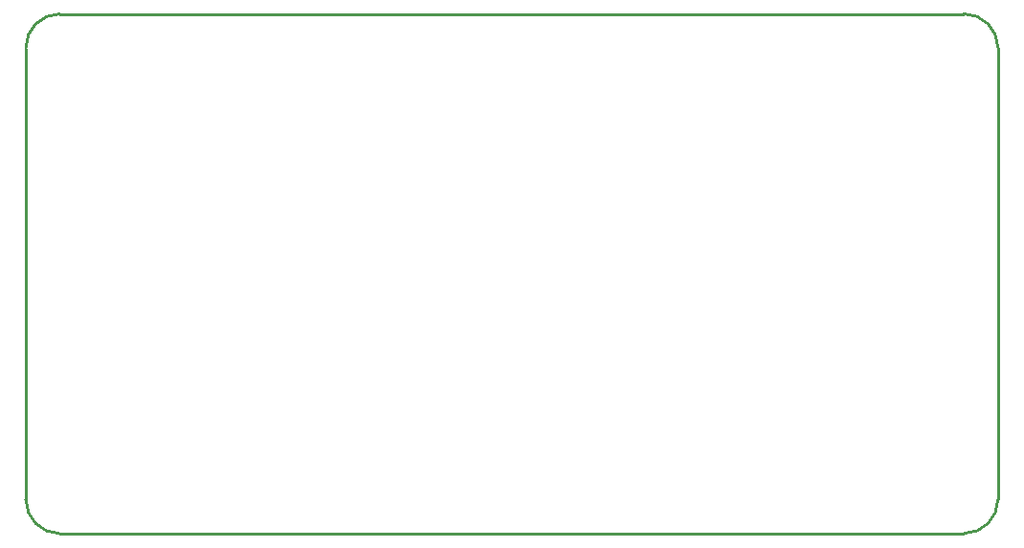
<source format=gbr>
%TF.GenerationSoftware,Altium Limited,Altium Designer,20.0.13 (296)*%
G04 Layer_Color=32768*
%FSLAX26Y26*%
%MOIN*%
%TF.FileFunction,Other,Bottom_3D_Body*%
%TF.Part,Single*%
G01*
G75*
%TA.AperFunction,NonConductor*%
%ADD111C,0.010000*%
D111*
X3149606Y-118110D02*
G03*
X3267716Y0I0J118110D01*
G01*
Y1574803D02*
G03*
X3149606Y1692913I-118110J0D01*
G01*
X-118112Y-1D02*
G03*
X-2Y-118111I118110J0D01*
G01*
Y1692913D02*
G03*
X-118112Y1574803I0J-118110D01*
G01*
X3267716Y0D02*
Y1574803D01*
X0Y-118110D02*
X3149606D01*
X0Y1692913D02*
X3149606D01*
X-118112Y-1D02*
Y1572836D01*
%TF.MD5,3971ebc7a17a9f04ba0f3e11cd325616*%
M02*

</source>
